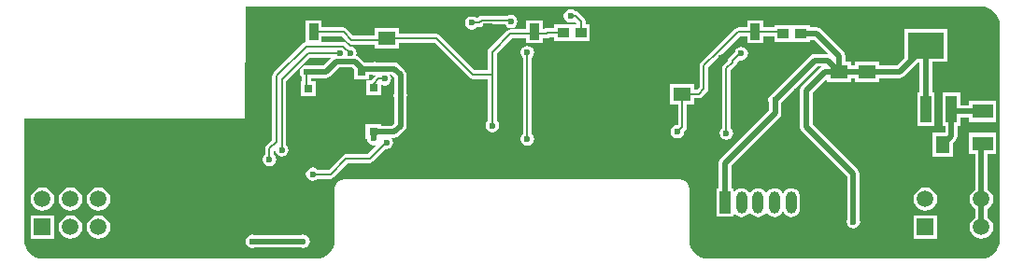
<source format=gtl>
G04 Layer_Physical_Order=1*
G04 Layer_Color=255*
%FSLAX44Y44*%
%MOMM*%
G71*
G01*
G75*
%ADD10R,0.7500X0.8000*%
%ADD11R,0.8000X0.7500*%
%ADD12R,1.0000X0.9500*%
%ADD13R,1.6002X1.2700*%
%ADD14R,1.8500X1.3000*%
%ADD15R,3.3000X2.4000*%
%ADD16R,1.0000X2.4000*%
%ADD17R,1.2700X1.6002*%
%ADD18R,1.4500X0.8000*%
%ADD19R,0.9000X1.5000*%
%ADD20C,0.2000*%
%ADD21C,0.5000*%
%ADD22C,1.0000*%
%ADD23R,1.0000X2.0000*%
%ADD24O,1.0000X2.0000*%
%ADD25C,1.5000*%
%ADD26R,1.5000X1.5000*%
%ADD27C,0.6000*%
%ADD28C,0.6600*%
G36*
X396096Y137586D02*
X399264Y136625D01*
X402184Y135064D01*
X404744Y132964D01*
X406845Y130404D01*
X408406Y127484D01*
X409367Y124315D01*
X409687Y121068D01*
X409677Y121020D01*
Y-73980D01*
X409687Y-74028D01*
X409367Y-77275D01*
X408406Y-80444D01*
X406845Y-83364D01*
X404744Y-85924D01*
X402184Y-88024D01*
X399264Y-89585D01*
X396096Y-90546D01*
X392849Y-90866D01*
X392800Y-90857D01*
X145300D01*
X145252Y-90866D01*
X142005Y-90546D01*
X138836Y-89585D01*
X135916Y-88024D01*
X133357Y-85924D01*
X131256Y-83364D01*
X129695Y-80444D01*
X128734Y-77275D01*
X128414Y-74028D01*
X128424Y-73980D01*
Y-31980D01*
X128390Y-31808D01*
Y-27014D01*
X128399D01*
X128122Y-24909D01*
X127310Y-22947D01*
X126017Y-21263D01*
X124333Y-19970D01*
X122371Y-19158D01*
X120266Y-18881D01*
Y-18890D01*
X115476D01*
X115299Y-18855D01*
X-179701D01*
X-179878Y-18890D01*
X-184734D01*
Y-18881D01*
X-186839Y-19158D01*
X-188801Y-19970D01*
X-190485Y-21263D01*
X-191777Y-22947D01*
X-192590Y-24909D01*
X-192867Y-27014D01*
X-192857D01*
Y-74014D01*
X-192827Y-74166D01*
X-193134Y-77275D01*
X-194095Y-80444D01*
X-195656Y-83364D01*
X-197756Y-85924D01*
X-200316Y-88024D01*
X-203236Y-89585D01*
X-206405Y-90546D01*
X-209652Y-90866D01*
X-209700Y-90857D01*
X-457200D01*
X-457248Y-90866D01*
X-460495Y-90546D01*
X-463664Y-89585D01*
X-466584Y-88024D01*
X-469144Y-85924D01*
X-471244Y-83364D01*
X-472805Y-80444D01*
X-473766Y-77275D01*
X-474086Y-74028D01*
X-474076Y-73980D01*
X-474076D01*
X-474076Y-73980D01*
Y36244D01*
X-273946D01*
X-273901Y137897D01*
X392800D01*
X392849Y137906D01*
X396096Y137586D01*
D02*
G37*
%LPC*%
G36*
X-221488Y-69067D02*
X-223829Y-69532D01*
X-223895Y-69576D01*
X-265055D01*
X-265121Y-69532D01*
X-267462Y-69067D01*
X-269803Y-69532D01*
X-271788Y-70858D01*
X-273114Y-72843D01*
X-273580Y-75184D01*
X-273114Y-77525D01*
X-271788Y-79510D01*
X-269803Y-80836D01*
X-267462Y-81301D01*
X-265121Y-80836D01*
X-265055Y-80792D01*
X-223895D01*
X-223829Y-80836D01*
X-221488Y-81301D01*
X-219147Y-80836D01*
X-217162Y-79510D01*
X-215836Y-77525D01*
X-215371Y-75184D01*
X-215836Y-72843D01*
X-217162Y-70858D01*
X-219147Y-69532D01*
X-221488Y-69067D01*
D02*
G37*
G36*
X352892Y-51730D02*
X331892D01*
Y-72730D01*
X352892D01*
Y-51730D01*
D02*
G37*
G36*
X-432308Y-26239D02*
X-435049Y-26600D01*
X-437603Y-27658D01*
X-439797Y-29341D01*
X-441480Y-31535D01*
X-442538Y-34089D01*
X-442899Y-36830D01*
X-442538Y-39571D01*
X-441480Y-42125D01*
X-439797Y-44319D01*
X-437603Y-46002D01*
X-435049Y-47060D01*
X-432308Y-47421D01*
X-429567Y-47060D01*
X-427013Y-46002D01*
X-424819Y-44319D01*
X-423136Y-42125D01*
X-422078Y-39571D01*
X-421717Y-36830D01*
X-422078Y-34089D01*
X-423136Y-31535D01*
X-424819Y-29341D01*
X-427013Y-27658D01*
X-429567Y-26600D01*
X-432308Y-26239D01*
D02*
G37*
G36*
X-457708D02*
X-460449Y-26600D01*
X-463003Y-27658D01*
X-465197Y-29341D01*
X-466880Y-31535D01*
X-467938Y-34089D01*
X-468299Y-36830D01*
X-467938Y-39571D01*
X-466880Y-42125D01*
X-465197Y-44319D01*
X-463003Y-46002D01*
X-460449Y-47060D01*
X-457708Y-47421D01*
X-454967Y-47060D01*
X-452413Y-46002D01*
X-450219Y-44319D01*
X-448536Y-42125D01*
X-447478Y-39571D01*
X-447117Y-36830D01*
X-447478Y-34089D01*
X-448536Y-31535D01*
X-450219Y-29341D01*
X-452413Y-27658D01*
X-454967Y-26600D01*
X-457708Y-26239D01*
D02*
G37*
G36*
X-406908Y-51639D02*
X-409649Y-52000D01*
X-412203Y-53058D01*
X-414397Y-54741D01*
X-416080Y-56935D01*
X-417138Y-59489D01*
X-417499Y-62230D01*
X-417138Y-64971D01*
X-416080Y-67525D01*
X-414397Y-69719D01*
X-412203Y-71402D01*
X-409649Y-72460D01*
X-406908Y-72821D01*
X-404167Y-72460D01*
X-401613Y-71402D01*
X-399419Y-69719D01*
X-397736Y-67525D01*
X-396678Y-64971D01*
X-396317Y-62230D01*
X-396678Y-59489D01*
X-397736Y-56935D01*
X-399419Y-54741D01*
X-401613Y-53058D01*
X-404167Y-52000D01*
X-406908Y-51639D01*
D02*
G37*
G36*
X-432308D02*
X-435049Y-52000D01*
X-437603Y-53058D01*
X-439797Y-54741D01*
X-441480Y-56935D01*
X-442538Y-59489D01*
X-442899Y-62230D01*
X-442538Y-64971D01*
X-441480Y-67525D01*
X-439797Y-69719D01*
X-437603Y-71402D01*
X-435049Y-72460D01*
X-432308Y-72821D01*
X-429567Y-72460D01*
X-427013Y-71402D01*
X-424819Y-69719D01*
X-423136Y-67525D01*
X-422078Y-64971D01*
X-421717Y-62230D01*
X-422078Y-59489D01*
X-423136Y-56935D01*
X-424819Y-54741D01*
X-427013Y-53058D01*
X-429567Y-52000D01*
X-432308Y-51639D01*
D02*
G37*
G36*
X-447208Y-51730D02*
X-468208D01*
Y-72730D01*
X-447208D01*
Y-51730D01*
D02*
G37*
G36*
X406458Y23216D02*
X381958D01*
Y4216D01*
X387584D01*
Y-27898D01*
X385703Y-29341D01*
X384020Y-31535D01*
X382962Y-34089D01*
X382601Y-36830D01*
X382962Y-39571D01*
X384020Y-42125D01*
X385703Y-44319D01*
X387584Y-45762D01*
Y-53298D01*
X385703Y-54741D01*
X384020Y-56935D01*
X382962Y-59489D01*
X382601Y-62230D01*
X382962Y-64971D01*
X384020Y-67525D01*
X385703Y-69719D01*
X387897Y-71402D01*
X390451Y-72460D01*
X393192Y-72821D01*
X395933Y-72460D01*
X398487Y-71402D01*
X400681Y-69719D01*
X402364Y-67525D01*
X403422Y-64971D01*
X403783Y-62230D01*
X403422Y-59489D01*
X402364Y-56935D01*
X400681Y-54741D01*
X398800Y-53298D01*
Y-45762D01*
X400681Y-44319D01*
X402364Y-42125D01*
X403422Y-39571D01*
X403783Y-36830D01*
X403422Y-34089D01*
X402364Y-31535D01*
X400681Y-29341D01*
X398800Y-27898D01*
Y4216D01*
X406458D01*
Y23216D01*
D02*
G37*
G36*
X-406908Y-26239D02*
X-409649Y-26600D01*
X-412203Y-27658D01*
X-414397Y-29341D01*
X-416080Y-31535D01*
X-417138Y-34089D01*
X-417499Y-36830D01*
X-417138Y-39571D01*
X-416080Y-42125D01*
X-414397Y-44319D01*
X-412203Y-46002D01*
X-409649Y-47060D01*
X-406908Y-47421D01*
X-404167Y-47060D01*
X-401613Y-46002D01*
X-399419Y-44319D01*
X-397736Y-42125D01*
X-396678Y-39571D01*
X-396317Y-36830D01*
X-396678Y-34089D01*
X-397736Y-31535D01*
X-399419Y-29341D01*
X-401613Y-27658D01*
X-404167Y-26600D01*
X-406908Y-26239D01*
D02*
G37*
G36*
X20828Y135658D02*
X18487Y135192D01*
X16502Y133866D01*
X15176Y131881D01*
X14711Y129540D01*
X15176Y127199D01*
X16502Y125214D01*
X18487Y123888D01*
X20828Y123422D01*
X23169Y123888D01*
X24437Y124735D01*
X26148Y123025D01*
Y122050D01*
X22226D01*
Y106550D01*
X38226D01*
Y122050D01*
X34304D01*
Y124714D01*
X34304Y124714D01*
X33994Y126275D01*
X33701Y126714D01*
X33110Y127598D01*
X33110Y127598D01*
X28284Y132424D01*
X26961Y133308D01*
X26702Y133359D01*
X25400Y133618D01*
X25400Y133618D01*
X25319D01*
X25154Y133866D01*
X23169Y135192D01*
X20828Y135658D01*
D02*
G37*
G36*
X237742Y121034D02*
X221742D01*
Y105534D01*
X237742D01*
Y107521D01*
X239522Y107167D01*
X241823Y107624D01*
X254919Y94528D01*
X253746Y94762D01*
X242062D01*
X239916Y94335D01*
X238097Y93119D01*
X203985Y59007D01*
X203907Y58992D01*
X201922Y57666D01*
X200596Y55681D01*
X200131Y53340D01*
X200596Y50999D01*
X200640Y50933D01*
Y43471D01*
X156835Y-335D01*
X155619Y-2154D01*
X155192Y-4300D01*
Y-26980D01*
X152800D01*
Y-52980D01*
X168800D01*
Y-48986D01*
X168812Y-49015D01*
X170094Y-50686D01*
X171765Y-51968D01*
X173712Y-52774D01*
X175800Y-53049D01*
X177888Y-52774D01*
X179834Y-51968D01*
X181506Y-50686D01*
X182788Y-49015D01*
X183300Y-47778D01*
X183812Y-49015D01*
X185094Y-50686D01*
X186765Y-51968D01*
X188712Y-52774D01*
X190800Y-53049D01*
X192888Y-52774D01*
X194834Y-51968D01*
X196506Y-50686D01*
X197788Y-49015D01*
X198300Y-47778D01*
X198812Y-49015D01*
X200094Y-50686D01*
X201765Y-51968D01*
X203712Y-52774D01*
X205800Y-53049D01*
X207888Y-52774D01*
X209834Y-51968D01*
X211506Y-50686D01*
X212788Y-49015D01*
X213300Y-47778D01*
X213812Y-49015D01*
X215094Y-50686D01*
X216765Y-51968D01*
X218712Y-52774D01*
X220800Y-53049D01*
X222888Y-52774D01*
X224834Y-51968D01*
X226506Y-50686D01*
X227788Y-49015D01*
X228594Y-47068D01*
X228869Y-44980D01*
Y-34980D01*
X228594Y-32892D01*
X227788Y-30945D01*
X226506Y-29274D01*
X224834Y-27992D01*
X222888Y-27186D01*
X220800Y-26911D01*
X218712Y-27186D01*
X216765Y-27992D01*
X215094Y-29274D01*
X213812Y-30945D01*
X213300Y-32182D01*
X212788Y-30945D01*
X211506Y-29274D01*
X209834Y-27992D01*
X207888Y-27186D01*
X205800Y-26911D01*
X203712Y-27186D01*
X201765Y-27992D01*
X200094Y-29274D01*
X198812Y-30945D01*
X198300Y-32182D01*
X197788Y-30945D01*
X196506Y-29274D01*
X194834Y-27992D01*
X192888Y-27186D01*
X190800Y-26911D01*
X188712Y-27186D01*
X186765Y-27992D01*
X185094Y-29274D01*
X183812Y-30945D01*
X183300Y-32182D01*
X182788Y-30945D01*
X181506Y-29274D01*
X179834Y-27992D01*
X177888Y-27186D01*
X175800Y-26911D01*
X173712Y-27186D01*
X171765Y-27992D01*
X170094Y-29274D01*
X168812Y-30945D01*
X168800Y-30975D01*
Y-26980D01*
X166408D01*
Y-6623D01*
X210213Y37183D01*
X211429Y39002D01*
X211856Y41148D01*
Y50933D01*
X211900Y50999D01*
X211915Y51077D01*
X244385Y83546D01*
X248753D01*
X247495Y82705D01*
X230477Y65687D01*
X229261Y63868D01*
X228834Y61722D01*
Y28702D01*
X229261Y26556D01*
X230477Y24737D01*
X271506Y-16293D01*
Y-54997D01*
X271462Y-55063D01*
X270996Y-57404D01*
X271462Y-59745D01*
X272788Y-61730D01*
X274773Y-63056D01*
X277114Y-63521D01*
X279455Y-63056D01*
X281440Y-61730D01*
X282766Y-59745D01*
X283232Y-57404D01*
X282766Y-55063D01*
X282722Y-54997D01*
Y-13970D01*
X282295Y-11824D01*
X281079Y-10005D01*
X240050Y31025D01*
Y59399D01*
X253159Y72509D01*
Y69390D01*
X275161D01*
Y73132D01*
X278559D01*
Y69390D01*
X300561D01*
Y73132D01*
X318980D01*
X321126Y73559D01*
X322945Y74775D01*
X335830Y87660D01*
X337292D01*
Y59660D01*
X334900D01*
Y29660D01*
X350900D01*
Y59660D01*
X348508D01*
Y87660D01*
X362400D01*
Y117660D01*
X323400D01*
Y91091D01*
X316657Y84348D01*
X300561D01*
Y88090D01*
X278559D01*
Y84348D01*
X275161D01*
Y88090D01*
X269768D01*
Y93218D01*
X269341Y95364D01*
X268125Y97183D01*
X248059Y117249D01*
X246240Y118465D01*
X244094Y118892D01*
X241929D01*
X241863Y118936D01*
X239522Y119402D01*
X237742Y119047D01*
Y121034D01*
D02*
G37*
G36*
X-33274Y130577D02*
X-35615Y130112D01*
X-36318Y129642D01*
X-59667D01*
X-61227Y129332D01*
X-62551Y128448D01*
X-62551Y128448D01*
X-63730Y127268D01*
X-64343D01*
X-64508Y127516D01*
X-66493Y128842D01*
X-68834Y129307D01*
X-71175Y128842D01*
X-73160Y127516D01*
X-74486Y125531D01*
X-74952Y123190D01*
X-74486Y120849D01*
X-73160Y118864D01*
X-71175Y117538D01*
X-68834Y117072D01*
X-66493Y117538D01*
X-64508Y118864D01*
X-64343Y119112D01*
X-62041D01*
X-62041Y119112D01*
X-60739Y119371D01*
X-60480Y119422D01*
X-59157Y120306D01*
X-57977Y121486D01*
X-38503D01*
X-37600Y120134D01*
X-35615Y118808D01*
X-33274Y118343D01*
X-30933Y118808D01*
X-28948Y120134D01*
X-27622Y122119D01*
X-27157Y124460D01*
X-27622Y126801D01*
X-28948Y128786D01*
X-30933Y130112D01*
X-33274Y130577D01*
D02*
G37*
G36*
X195739Y125564D02*
X180739D01*
Y119142D01*
X172722D01*
X172722Y119142D01*
X171420Y118883D01*
X171161Y118832D01*
X169838Y117948D01*
X169838Y117948D01*
X152422Y100532D01*
X152111Y100324D01*
X152111Y100324D01*
X138848Y87061D01*
X137964Y85738D01*
X137913Y85479D01*
X137654Y84177D01*
X137654Y84177D01*
Y64935D01*
X135471Y62752D01*
X133175D01*
Y68024D01*
X111173D01*
Y49324D01*
X118096D01*
Y30645D01*
X117894Y30443D01*
X117602Y30501D01*
X115261Y30036D01*
X113276Y28710D01*
X111950Y26725D01*
X111484Y24384D01*
X111950Y22043D01*
X113276Y20058D01*
X115261Y18732D01*
X117602Y18267D01*
X119943Y18732D01*
X121928Y20058D01*
X123254Y22043D01*
X123720Y24384D01*
X123661Y24676D01*
X125058Y26072D01*
X125058Y26072D01*
X125942Y27395D01*
X126252Y28956D01*
Y49324D01*
X133175D01*
Y54596D01*
X137160D01*
X137160Y54596D01*
X138462Y54855D01*
X138721Y54906D01*
X140044Y55790D01*
X144616Y60362D01*
X144616Y60362D01*
X145500Y61685D01*
X145810Y63246D01*
Y82488D01*
X157671Y94348D01*
X157982Y94556D01*
X174411Y110986D01*
X180739D01*
Y104564D01*
X195739D01*
Y110986D01*
X205742D01*
Y105534D01*
X221742D01*
Y121034D01*
X205742D01*
Y119142D01*
X195739D01*
Y125564D01*
D02*
G37*
G36*
X175514Y101368D02*
X173173Y100902D01*
X171188Y99576D01*
X169862Y97591D01*
X169625Y96399D01*
X164596Y91370D01*
X163712Y90047D01*
X163661Y89788D01*
X163526Y89112D01*
X159168Y84754D01*
X158284Y83431D01*
X158233Y83172D01*
X157974Y81870D01*
X157974Y81870D01*
Y27605D01*
X157726Y27440D01*
X156400Y25455D01*
X155934Y23114D01*
X156400Y20773D01*
X157726Y18788D01*
X159711Y17462D01*
X162052Y16997D01*
X164393Y17462D01*
X166378Y18788D01*
X167704Y20773D01*
X168169Y23114D01*
X167704Y25455D01*
X166378Y27440D01*
X166130Y27605D01*
Y80181D01*
X170364Y84414D01*
X170364Y84414D01*
X171248Y85737D01*
X171434Y86672D01*
X174163Y89401D01*
X175514Y89132D01*
X177855Y89598D01*
X179840Y90924D01*
X181166Y92909D01*
X181632Y95250D01*
X181166Y97591D01*
X179840Y99576D01*
X177855Y100902D01*
X175514Y101368D01*
D02*
G37*
G36*
X-18288Y102383D02*
X-20629Y101918D01*
X-22614Y100592D01*
X-23940Y98607D01*
X-24406Y96266D01*
X-23940Y93925D01*
X-22614Y91940D01*
X-22366Y91775D01*
Y22271D01*
X-22614Y22106D01*
X-23940Y20121D01*
X-24406Y17780D01*
X-23940Y15439D01*
X-22614Y13454D01*
X-20629Y12128D01*
X-18288Y11662D01*
X-15947Y12128D01*
X-13962Y13454D01*
X-12636Y15439D01*
X-12170Y17780D01*
X-12636Y20121D01*
X-13962Y22106D01*
X-14210Y22271D01*
Y91775D01*
X-13962Y91940D01*
X-12636Y93925D01*
X-12170Y96266D01*
X-12636Y98607D01*
X-13962Y100592D01*
X-15947Y101918D01*
X-18288Y102383D01*
D02*
G37*
G36*
X342392Y-26239D02*
X339651Y-26600D01*
X337097Y-27658D01*
X334903Y-29341D01*
X333220Y-31535D01*
X332162Y-34089D01*
X331801Y-36830D01*
X332162Y-39571D01*
X333220Y-42125D01*
X334903Y-44319D01*
X337097Y-46002D01*
X339651Y-47060D01*
X342392Y-47421D01*
X345133Y-47060D01*
X347687Y-46002D01*
X349881Y-44319D01*
X351564Y-42125D01*
X352622Y-39571D01*
X352983Y-36830D01*
X352622Y-34089D01*
X351564Y-31535D01*
X349881Y-29341D01*
X347687Y-27658D01*
X345133Y-26600D01*
X342392Y-26239D01*
D02*
G37*
G36*
X-4413Y125564D02*
X-19413D01*
Y117362D01*
X-33528D01*
X-35089Y117052D01*
X-36412Y116168D01*
X-53108Y99472D01*
X-53992Y98149D01*
X-54043Y97890D01*
X-54302Y96588D01*
X-54302Y96588D01*
Y80278D01*
X-66129D01*
X-97700Y111850D01*
X-99023Y112734D01*
X-99282Y112785D01*
X-100584Y113044D01*
X-100584Y113044D01*
X-134541D01*
Y118316D01*
X-156543D01*
Y111774D01*
X-175857D01*
X-182028Y117946D01*
X-183351Y118830D01*
X-183610Y118881D01*
X-184912Y119140D01*
X-184912Y119140D01*
X-204565D01*
Y125562D01*
X-219565D01*
Y105682D01*
X-220351Y105526D01*
X-220790Y105233D01*
X-221674Y104642D01*
X-221674Y104642D01*
X-248248Y78068D01*
X-249132Y76745D01*
X-249183Y76486D01*
X-249442Y75184D01*
X-249442Y75184D01*
Y17183D01*
X-254852Y11774D01*
X-255736Y10451D01*
X-255787Y10192D01*
X-256046Y8890D01*
X-256046Y8890D01*
Y3475D01*
X-256294Y3310D01*
X-257620Y1325D01*
X-258085Y-1016D01*
X-257620Y-3357D01*
X-256294Y-5342D01*
X-254309Y-6668D01*
X-251968Y-7133D01*
X-249627Y-6668D01*
X-247642Y-5342D01*
X-246316Y-3357D01*
X-245851Y-1016D01*
X-246316Y1325D01*
X-247642Y3310D01*
X-247890Y3475D01*
Y7201D01*
X-246833Y8257D01*
X-246910Y7874D01*
X-246444Y5533D01*
X-245118Y3548D01*
X-243133Y2222D01*
X-240792Y1757D01*
X-238451Y2222D01*
X-236466Y3548D01*
X-235140Y5533D01*
X-234674Y7874D01*
X-235140Y10215D01*
X-236466Y12200D01*
X-236714Y12365D01*
Y70193D01*
X-215227Y91680D01*
X-195905D01*
X-203237Y84348D01*
X-216033D01*
X-216099Y84392D01*
X-218440Y84858D01*
X-220781Y84392D01*
X-222766Y83066D01*
X-224092Y81081D01*
X-224557Y78740D01*
X-224092Y76399D01*
X-222766Y74414D01*
X-222518Y74249D01*
Y69996D01*
X-223916D01*
Y56496D01*
X-209916D01*
Y69996D01*
X-214362D01*
Y73132D01*
X-200914D01*
X-198768Y73559D01*
X-196949Y74775D01*
X-189193Y82530D01*
X-177075D01*
X-175260Y80716D01*
Y71740D01*
X-161760D01*
Y75926D01*
X-159125D01*
X-159059Y75882D01*
X-156718Y75416D01*
X-155095Y75739D01*
X-155792Y75274D01*
X-155792Y75274D01*
X-160364Y70702D01*
X-160399Y70650D01*
X-164480D01*
Y57150D01*
X-150480D01*
Y67116D01*
X-149915Y66738D01*
X-147574Y66273D01*
X-145233Y66738D01*
X-143248Y68064D01*
X-141922Y70049D01*
X-141456Y72390D01*
X-141922Y74731D01*
X-142721Y75926D01*
X-141261D01*
X-138958Y73623D01*
Y59557D01*
X-139002Y59491D01*
X-139467Y57150D01*
X-139002Y54809D01*
X-138958Y54743D01*
Y32295D01*
X-141299Y29954D01*
X-150734D01*
Y31096D01*
X-164734D01*
Y17596D01*
X-163460D01*
X-163132Y15947D01*
X-161806Y13962D01*
X-159821Y12636D01*
X-157480Y12170D01*
X-155139Y12636D01*
X-153154Y13962D01*
X-151967Y15739D01*
X-152128Y14929D01*
X-162979Y4078D01*
X-182626D01*
X-182626Y4078D01*
X-184187Y3768D01*
X-184626Y3475D01*
X-185510Y2884D01*
X-185510Y2884D01*
X-198539Y-10146D01*
X-208361D01*
X-208526Y-9898D01*
X-210511Y-8572D01*
X-212852Y-8106D01*
X-215193Y-8572D01*
X-217178Y-9898D01*
X-218504Y-11883D01*
X-218969Y-14224D01*
X-218504Y-16565D01*
X-217178Y-18550D01*
X-215193Y-19876D01*
X-212852Y-20341D01*
X-210511Y-19876D01*
X-208526Y-18550D01*
X-208361Y-18302D01*
X-196850D01*
X-196850Y-18302D01*
X-195548Y-18043D01*
X-195289Y-17992D01*
X-193966Y-17108D01*
X-180937Y-4078D01*
X-161290D01*
X-161290Y-4078D01*
X-159988Y-3819D01*
X-159729Y-3768D01*
X-158406Y-2884D01*
X-146765Y8757D01*
X-146050Y8615D01*
X-143709Y9080D01*
X-141724Y10406D01*
X-140398Y12391D01*
X-139932Y14732D01*
X-140398Y17073D01*
X-141511Y18738D01*
X-138976D01*
X-136830Y19165D01*
X-135011Y20381D01*
X-129385Y26007D01*
X-128169Y27826D01*
X-127742Y29972D01*
Y54743D01*
X-127698Y54809D01*
X-127233Y57150D01*
X-127698Y59491D01*
X-127742Y59557D01*
Y75946D01*
X-128169Y78092D01*
X-129385Y79911D01*
X-134973Y85499D01*
X-136792Y86715D01*
X-138938Y87142D01*
X-154311D01*
X-154377Y87186D01*
X-156718Y87652D01*
X-159059Y87186D01*
X-159125Y87142D01*
X-165716D01*
X-165807Y87124D01*
X-170787Y92103D01*
X-172606Y93319D01*
X-173406Y93478D01*
X-172952Y95758D01*
X-173418Y98099D01*
X-174744Y100084D01*
X-176729Y101410D01*
X-179070Y101875D01*
X-179362Y101818D01*
X-182186Y104642D01*
X-183509Y105526D01*
X-183768Y105577D01*
X-185070Y105836D01*
X-185070Y105836D01*
X-204565D01*
Y110984D01*
X-186601D01*
X-180430Y104812D01*
X-179107Y103928D01*
X-178848Y103877D01*
X-177546Y103618D01*
X-177546Y103618D01*
X-156543D01*
Y99616D01*
X-134541D01*
Y104888D01*
X-102273D01*
X-70702Y73316D01*
X-69379Y72432D01*
X-67818Y72122D01*
X-67818Y72122D01*
X-54302D01*
Y34339D01*
X-54364Y34298D01*
X-55690Y32313D01*
X-56156Y29972D01*
X-55690Y27631D01*
X-54364Y25646D01*
X-52379Y24320D01*
X-50038Y23854D01*
X-47697Y24320D01*
X-45712Y25646D01*
X-44386Y27631D01*
X-43920Y29972D01*
X-44386Y32313D01*
X-45712Y34298D01*
X-46146Y34587D01*
Y76200D01*
Y94899D01*
X-31839Y109206D01*
X-19413D01*
Y104564D01*
X-4413D01*
Y109206D01*
X-508D01*
X1053Y109516D01*
X2109Y110222D01*
X6226D01*
Y106550D01*
X22226D01*
Y122050D01*
X6226D01*
Y118378D01*
X-508D01*
X-2069Y118068D01*
X-3125Y117362D01*
X-4413D01*
Y125564D01*
D02*
G37*
G36*
X373900Y59660D02*
X357900D01*
Y29660D01*
X360292D01*
Y23701D01*
X348790D01*
Y1699D01*
X367490D01*
Y14119D01*
X369865Y16495D01*
X371081Y18314D01*
X371508Y20460D01*
Y29660D01*
X373900D01*
Y37108D01*
X381958D01*
Y33216D01*
X406458D01*
Y52216D01*
X381958D01*
Y48324D01*
X373900D01*
Y59660D01*
D02*
G37*
%LPD*%
D10*
X-182010Y78740D02*
D03*
X-168510D02*
D03*
D11*
X-157480Y50400D02*
D03*
Y63900D02*
D03*
X-157734Y37846D02*
D03*
Y24346D02*
D03*
X-216916Y49746D02*
D03*
Y63246D02*
D03*
D12*
X213742Y113284D02*
D03*
X229742D02*
D03*
X14226Y114300D02*
D03*
X30226D02*
D03*
D13*
X264160Y58420D02*
D03*
Y78740D02*
D03*
X289560Y58420D02*
D03*
Y78740D02*
D03*
X-145542Y129286D02*
D03*
Y108966D02*
D03*
X122174Y78994D02*
D03*
Y58674D02*
D03*
D14*
X394208Y42716D02*
D03*
Y13716D02*
D03*
D15*
X342900Y102660D02*
D03*
D16*
X365900Y44660D02*
D03*
X342900Y44660D02*
D03*
X319900Y44660D02*
D03*
D17*
X337820Y12700D02*
D03*
X358140D02*
D03*
D18*
X200914Y133860D02*
D03*
X133452D02*
D03*
X-66700D02*
D03*
X762D02*
D03*
X-199390Y133858D02*
D03*
X-266852D02*
D03*
D19*
X188239Y115064D02*
D03*
X146228D02*
D03*
X-53924D02*
D03*
X-11913D02*
D03*
X-212065Y115062D02*
D03*
X-254076D02*
D03*
D20*
X175260Y95250D02*
X175514D01*
X174752Y95758D02*
X175260Y95250D01*
X-185070Y101758D02*
X-179070Y95758D01*
X-218790Y101758D02*
X-185070D01*
X20446Y129158D02*
X20828Y129540D01*
X-50224Y29786D02*
X-50038Y29972D01*
X-182626Y0D02*
X-161290D01*
X-196850Y-14224D02*
X-182626Y0D01*
X-212852Y-14224D02*
X-196850D01*
X-146558Y14732D02*
X-146050D01*
X-161290Y0D02*
X-146558Y14732D01*
X-168510Y78740D02*
Y81896D01*
X-251968Y8890D02*
X-245364Y15494D01*
X-251968Y-1016D02*
Y8890D01*
X-245364Y75184D02*
X-218790Y101758D01*
X-245364Y15494D02*
Y75184D01*
X-216916Y95758D02*
X-188214D01*
X-240792Y71882D02*
X-216916Y95758D01*
X-240792Y7874D02*
Y71882D01*
X-218440Y64288D02*
Y78740D01*
X-210398Y49746D02*
X-204690Y44038D01*
X-216916Y49746D02*
X-210398D01*
X-157480Y44250D02*
Y50400D01*
Y38100D02*
Y44250D01*
X-157692Y44038D02*
X-157480Y44250D01*
X-168690Y44038D02*
X-157692D01*
X-157734Y37846D02*
X-157480Y38100D01*
Y63900D02*
Y67818D01*
Y62630D02*
Y63900D01*
X-182010Y69358D02*
X-180690Y68038D01*
X-182010Y69358D02*
Y78740D01*
X-152908Y72390D02*
X-147574D01*
X-157480Y67818D02*
X-152908Y72390D01*
X306140Y58420D02*
X319900Y44660D01*
X289560Y58420D02*
X306140D01*
X319900Y30620D02*
X337820Y12700D01*
X319900Y30620D02*
Y44660D01*
X-66605Y129363D02*
X-66605D01*
X-212065Y115062D02*
X-184912D01*
X-177546Y107696D01*
X-146812D01*
X-145542Y108966D01*
X20828Y129540D02*
X25400D01*
X30226Y124714D01*
Y114300D02*
Y124714D01*
X-50224Y96588D02*
X-33528Y113284D01*
X-145542Y108966D02*
X-100584D01*
X122174Y28956D02*
Y58674D01*
X117602Y24384D02*
X122174Y28956D01*
Y58674D02*
X137160D01*
X141732Y63246D01*
X162052Y23114D02*
Y81870D01*
X167480Y87298D01*
Y88486D01*
X174752Y95758D01*
X141732Y84177D02*
X154995Y97440D01*
X141732Y63246D02*
Y84177D01*
X154995Y97440D02*
X155098D01*
X172722Y115064D01*
X188239D01*
X211742D01*
X213632Y113174D02*
X213742Y113284D01*
X-100584Y108966D02*
X-67818Y76200D01*
X-50224D01*
X-508Y114300D02*
X14226D01*
X122174Y78994D02*
X132334D01*
X134620Y81280D01*
X200914Y133860D02*
X229618D01*
X230124Y134366D01*
X146228Y100508D02*
Y115064D01*
X144780Y99060D02*
X146228Y100508D01*
X508Y122428D02*
X1270Y121666D01*
X1524D01*
X-34378Y125564D02*
X-33274Y124460D01*
X-59667Y125564D02*
X-34378D01*
X-62041Y123190D02*
X-59667Y125564D01*
X-68834Y123190D02*
X-62041D01*
X-18288Y17780D02*
Y96266D01*
X-50224Y76200D02*
Y96588D01*
Y29786D02*
Y76200D01*
X-33528Y113284D02*
X-508D01*
X211742Y115064D02*
X213632Y113174D01*
X-218440Y64288D02*
X-216940Y62788D01*
X-145508Y127692D02*
X-66605Y129363D01*
X264160Y58420D02*
X289560D01*
X-66605Y129363D02*
X-66405Y129367D01*
D21*
X-191516Y88138D02*
X-174752D01*
X-200914Y78740D02*
X-191516Y88138D01*
X-157480Y18288D02*
Y20828D01*
X239522Y113284D02*
X244094D01*
X229742D02*
X239522D01*
X-174752Y88138D02*
X-168510Y81896D01*
X160800Y-39980D02*
Y-4300D01*
X206248Y41148D01*
Y53340D01*
X251460Y78740D02*
X264160D01*
X234442Y61722D02*
X251460Y78740D01*
X234442Y28702D02*
Y61722D01*
X277114Y-57404D02*
Y-13970D01*
X234442Y28702D02*
X277114Y-13970D01*
X253746Y89154D02*
X264160Y78740D01*
X242062Y89154D02*
X253746D01*
X206248Y53340D02*
X242062Y89154D01*
X264160Y78740D02*
X289560D01*
X244094Y113284D02*
X264160Y93218D01*
Y78740D02*
Y93218D01*
X-133350Y57150D02*
Y75946D01*
Y29972D02*
Y57150D01*
X393192Y-62230D02*
Y-36830D01*
X342900Y44660D02*
Y102660D01*
X289560Y78740D02*
X318980D01*
X342900Y102660D01*
X-267462Y-75184D02*
X-221488D01*
X-138938Y81534D02*
X-133350Y75946D01*
X-138976Y24346D02*
X-133350Y29972D01*
X-156718Y81534D02*
X-138938D01*
X-157734Y24346D02*
X-138976D01*
X-165716Y81534D02*
X-156718D01*
X-168510Y78740D02*
X-165716Y81534D01*
X-218440Y78740D02*
X-200914D01*
X393192Y12700D02*
X394208Y13716D01*
X393192Y-36830D02*
Y12700D01*
X367844Y42716D02*
X394208D01*
X365900Y44660D02*
X367844Y42716D01*
X365900Y20460D02*
Y44660D01*
X358140Y12700D02*
X365900Y20460D01*
D22*
X-180690Y44038D02*
D03*
X-192690D02*
D03*
X-180690Y56038D02*
D03*
X-192690D02*
D03*
D23*
X160800Y-39980D02*
D03*
D24*
X175800D02*
D03*
X190800D02*
D03*
X205800D02*
D03*
X220800D02*
D03*
X235800D02*
D03*
D25*
X-406908Y-36830D02*
D03*
Y-62230D02*
D03*
X-432308Y-36830D02*
D03*
Y-62230D02*
D03*
X-457708Y-36830D02*
D03*
X393192D02*
D03*
Y-62230D02*
D03*
X367792Y-36830D02*
D03*
Y-62230D02*
D03*
X342392Y-36830D02*
D03*
D26*
X-457708Y-62230D02*
D03*
X342392D02*
D03*
D27*
X225806Y60960D02*
D03*
X224536Y38100D02*
D03*
X215646Y47498D02*
D03*
X-278384Y-45720D02*
D03*
X-227838Y-11938D02*
D03*
X-33274Y124460D02*
D03*
X60960Y132080D02*
D03*
X38100D02*
D03*
X-91440Y48260D02*
D03*
X-104140D02*
D03*
X-116840D02*
D03*
X-144780Y52070D02*
D03*
Y62230D02*
D03*
X175514Y95250D02*
D03*
X-180848Y121412D02*
D03*
X-179070Y95758D02*
D03*
X-318262Y-67310D02*
D03*
X-279400Y-12700D02*
D03*
X-254000D02*
D03*
X-25400Y0D02*
D03*
X-38100D02*
D03*
X-50800D02*
D03*
X-63500D02*
D03*
X-76200D02*
D03*
X-88900D02*
D03*
X-101600D02*
D03*
X-12700D02*
D03*
X-91440Y81280D02*
D03*
Y68580D02*
D03*
X-104140Y93980D02*
D03*
X-116840D02*
D03*
X-318516Y-54356D02*
D03*
X-302260Y-20320D02*
D03*
X-314960D02*
D03*
X-327660D02*
D03*
X-340360D02*
D03*
X-353060D02*
D03*
X-365760D02*
D03*
X-378460D02*
D03*
X-391160D02*
D03*
X-454660D02*
D03*
Y-7620D02*
D03*
Y5080D02*
D03*
X-467360Y-20320D02*
D03*
Y-7620D02*
D03*
Y5080D02*
D03*
X-289560Y17780D02*
D03*
X-302260D02*
D03*
X-314960D02*
D03*
X-327660D02*
D03*
X-340360D02*
D03*
X-353060D02*
D03*
X-365760D02*
D03*
X-378460D02*
D03*
X-391160D02*
D03*
X-403860D02*
D03*
X-416560D02*
D03*
X-429260D02*
D03*
X-441960D02*
D03*
X-454660D02*
D03*
X-467360D02*
D03*
X-289560Y30480D02*
D03*
X-302260D02*
D03*
X-314960D02*
D03*
X-327660D02*
D03*
X-340360D02*
D03*
X-353060D02*
D03*
X-365760D02*
D03*
X-378460D02*
D03*
X-391160D02*
D03*
X-403860D02*
D03*
X-416560D02*
D03*
X-429260D02*
D03*
X-441960D02*
D03*
X-454660D02*
D03*
X-467360D02*
D03*
X-266700Y60960D02*
D03*
Y76200D02*
D03*
Y91440D02*
D03*
X-58420Y83820D02*
D03*
Y96520D02*
D03*
X-68580Y104140D02*
D03*
X-83820D02*
D03*
X-86360Y121920D02*
D03*
X-99060D02*
D03*
X-195580D02*
D03*
X-266700Y106680D02*
D03*
Y119380D02*
D03*
X-228600Y0D02*
D03*
X-104140Y68580D02*
D03*
Y81280D02*
D03*
X-116840D02*
D03*
Y68580D02*
D03*
X99060Y0D02*
D03*
X71120D02*
D03*
X45720D02*
D03*
X22860D02*
D03*
X0D02*
D03*
X99060Y15240D02*
D03*
X71120D02*
D03*
X45720D02*
D03*
X22860D02*
D03*
X0D02*
D03*
X20828Y129540D02*
D03*
X162052Y23114D02*
D03*
X-18288Y96266D02*
D03*
Y17780D02*
D03*
X-157480Y18288D02*
D03*
X-50038Y29972D02*
D03*
X-146050Y14732D02*
D03*
X239522Y113284D02*
D03*
X206248Y53340D02*
D03*
X-133350Y57150D02*
D03*
X117602Y24384D02*
D03*
X277114Y-57404D02*
D03*
X-221488Y-75184D02*
D03*
X-267462D02*
D03*
X-212852Y-14224D02*
D03*
X-251968Y-1016D02*
D03*
X-240792Y7874D02*
D03*
X-188214Y95758D02*
D03*
X-156718Y81534D02*
D03*
X-147574Y72390D02*
D03*
X-218440Y78740D02*
D03*
X-71120Y91440D02*
D03*
X-38100Y86360D02*
D03*
X-5080D02*
D03*
X7620Y73660D02*
D03*
X30480Y71120D02*
D03*
Y81280D02*
D03*
X45720D02*
D03*
Y71120D02*
D03*
X60960Y81280D02*
D03*
Y71120D02*
D03*
X76200D02*
D03*
Y81280D02*
D03*
X93980D02*
D03*
Y71120D02*
D03*
X109220Y81280D02*
D03*
Y71120D02*
D03*
X134620Y81280D02*
D03*
Y71120D02*
D03*
X149860Y73660D02*
D03*
X172720D02*
D03*
X190500D02*
D03*
X208280D02*
D03*
X45720Y104140D02*
D03*
X60960D02*
D03*
X76200D02*
D03*
X93980D02*
D03*
X45720Y119380D02*
D03*
X60960D02*
D03*
X76200D02*
D03*
X93980D02*
D03*
X144780Y99060D02*
D03*
X157480Y91440D02*
D03*
X93980Y132080D02*
D03*
X76200D02*
D03*
X180340Y0D02*
D03*
X200660Y17780D02*
D03*
X190500Y10160D02*
D03*
X200660Y0D02*
D03*
X213360Y-10160D02*
D03*
X203200Y-17780D02*
D03*
X152400Y-63500D02*
D03*
X165100D02*
D03*
X177800D02*
D03*
X190500D02*
D03*
X254000D02*
D03*
X266700Y-50800D02*
D03*
X129540Y25400D02*
D03*
X147320D02*
D03*
X137160Y15240D02*
D03*
X190500Y93980D02*
D03*
X208280D02*
D03*
X220980Y101600D02*
D03*
X-227330Y-43180D02*
D03*
Y-29210D02*
D03*
X-231140Y-86360D02*
D03*
X-212090D02*
D03*
X-278130Y-68580D02*
D03*
X-339090D02*
D03*
X-314960Y-33020D02*
D03*
X-306070Y-41910D02*
D03*
X-213360Y87630D02*
D03*
X-232410Y38100D02*
D03*
X-205740Y10160D02*
D03*
X-196850Y0D02*
D03*
X248920Y60960D02*
D03*
Y43180D02*
D03*
X276860Y59690D02*
D03*
Y43180D02*
D03*
X331470Y74930D02*
D03*
Y63500D02*
D03*
X304800Y67310D02*
D03*
X318770D02*
D03*
X355600Y83820D02*
D03*
Y66040D02*
D03*
X373380Y83820D02*
D03*
Y66040D02*
D03*
X391160Y83820D02*
D03*
Y66040D02*
D03*
X304800Y53340D02*
D03*
Y40640D02*
D03*
X276860Y25400D02*
D03*
X292100Y-50800D02*
D03*
X317500Y-76200D02*
D03*
X292100D02*
D03*
Y-63500D02*
D03*
X317500D02*
D03*
Y-50800D02*
D03*
X304800D02*
D03*
Y-63500D02*
D03*
Y-76200D02*
D03*
X368300D02*
D03*
X381000D02*
D03*
X355600D02*
D03*
X330200D02*
D03*
X381000Y-50800D02*
D03*
Y-25400D02*
D03*
X292100Y-38100D02*
D03*
X266700Y-25400D02*
D03*
Y-38100D02*
D03*
X279400Y-76200D02*
D03*
X254000Y127000D02*
D03*
X266700D02*
D03*
X279400D02*
D03*
X304800D02*
D03*
X330200D02*
D03*
X355600D02*
D03*
X393700D02*
D03*
X381000D02*
D03*
X393700Y101600D02*
D03*
X304800Y114300D02*
D03*
Y101600D02*
D03*
X279400Y114300D02*
D03*
Y101600D02*
D03*
X304800Y25400D02*
D03*
Y12700D02*
D03*
Y0D02*
D03*
X215900Y25400D02*
D03*
X228600Y12700D02*
D03*
X233680Y0D02*
D03*
Y-12700D02*
D03*
Y-25400D02*
D03*
X-276860Y7620D02*
D03*
Y17780D02*
D03*
X-261620D02*
D03*
X-255524Y133604D02*
D03*
X-27940Y71120D02*
D03*
X-5080Y73660D02*
D03*
X7620Y86360D02*
D03*
X133096Y99314D02*
D03*
X-74676Y48260D02*
D03*
X-78740Y68580D02*
D03*
X-27940Y86360D02*
D03*
X-38100Y71120D02*
D03*
X230124Y134366D02*
D03*
X132588Y123444D02*
D03*
X-266700Y132842D02*
D03*
X-30480Y105918D02*
D03*
X1270Y106172D02*
D03*
X1524Y121666D02*
D03*
X-68834Y123190D02*
D03*
D28*
X-168690Y68038D02*
D03*
X-180690D02*
D03*
X-192690D02*
D03*
X-204690D02*
D03*
X-168690Y56038D02*
D03*
X-180690D02*
D03*
X-192690D02*
D03*
X-204690D02*
D03*
X-168690Y44038D02*
D03*
X-180690D02*
D03*
X-192690D02*
D03*
X-204690D02*
D03*
X-168690Y32038D02*
D03*
X-180690D02*
D03*
X-192690D02*
D03*
X-204690D02*
D03*
M02*

</source>
